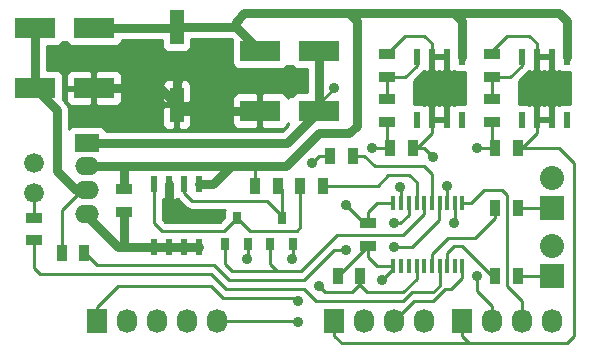
<source format=gtl>
%FSLAX34Y34*%
G04 Gerber Fmt 3.4, Leading zero omitted, Abs format*
G04 (created by PCBNEW (2014-jan-25)-product) date lör  3 maj 2014 21:13:59*
%MOIN*%
G01*
G70*
G90*
G04 APERTURE LIST*
%ADD10C,0.003937*%
%ADD11R,0.016000X0.050000*%
%ADD12R,0.031500X0.039400*%
%ADD13R,0.047244X0.118110*%
%ADD14R,0.023600X0.055100*%
%ADD15R,0.080000X0.060000*%
%ADD16O,0.080000X0.060000*%
%ADD17C,0.066000*%
%ADD18R,0.080000X0.080000*%
%ADD19O,0.080000X0.080000*%
%ADD20R,0.068000X0.080000*%
%ADD21O,0.068000X0.080000*%
%ADD22R,0.055000X0.035000*%
%ADD23R,0.035000X0.055000*%
%ADD24R,0.137800X0.070900*%
%ADD25C,0.035000*%
%ADD26C,0.010000*%
%ADD27C,0.030000*%
G04 APERTURE END LIST*
G54D10*
G54D11*
X22975Y-17925D03*
X23225Y-17925D03*
X23485Y-17925D03*
X23745Y-17925D03*
X23995Y-17925D03*
X24255Y-17925D03*
X24515Y-17925D03*
X24765Y-17925D03*
X25025Y-17925D03*
X25275Y-17925D03*
X25275Y-15825D03*
X25025Y-15825D03*
X24765Y-15825D03*
X24515Y-15825D03*
X24255Y-15825D03*
X23995Y-15825D03*
X23745Y-15825D03*
X23485Y-15825D03*
X23225Y-15825D03*
X22975Y-15825D03*
G54D12*
X19250Y-16317D03*
X19625Y-17183D03*
X18875Y-17183D03*
X17750Y-16317D03*
X18125Y-17183D03*
X17375Y-17183D03*
G54D13*
X15750Y-9950D03*
X15750Y-12549D03*
G54D14*
X28750Y-13050D03*
X28750Y-10950D03*
X28250Y-13050D03*
X27750Y-13050D03*
X27250Y-13050D03*
X28250Y-10950D03*
X27750Y-10950D03*
X27250Y-10950D03*
X25250Y-13050D03*
X25250Y-10950D03*
X24750Y-13050D03*
X24250Y-13050D03*
X23750Y-13050D03*
X24750Y-10950D03*
X24250Y-10950D03*
X23750Y-10950D03*
G54D15*
X12750Y-13818D03*
G54D16*
X12750Y-14606D03*
X12750Y-15393D03*
X12750Y-16181D03*
G54D17*
X11000Y-15500D03*
X11000Y-14500D03*
G54D18*
X28250Y-18250D03*
G54D19*
X28250Y-17250D03*
G54D18*
X28250Y-16000D03*
G54D19*
X28250Y-15000D03*
G54D14*
X16500Y-17300D03*
X16500Y-15200D03*
X16000Y-17300D03*
X15500Y-17300D03*
X15000Y-17300D03*
X16000Y-15200D03*
X15500Y-15200D03*
X15000Y-15200D03*
G54D20*
X21000Y-19750D03*
G54D21*
X22000Y-19750D03*
X23000Y-19750D03*
X24000Y-19750D03*
G54D20*
X25250Y-19750D03*
G54D21*
X26250Y-19750D03*
X27250Y-19750D03*
X28250Y-19750D03*
G54D22*
X22125Y-17250D03*
X22125Y-16500D03*
X14000Y-15375D03*
X14000Y-16125D03*
G54D23*
X21875Y-18250D03*
X21125Y-18250D03*
X26375Y-16000D03*
X27125Y-16000D03*
G54D22*
X11000Y-17075D03*
X11000Y-16325D03*
G54D23*
X26375Y-18250D03*
X27125Y-18250D03*
G54D22*
X22750Y-12375D03*
X22750Y-13125D03*
X22750Y-10875D03*
X22750Y-11625D03*
G54D23*
X20875Y-14250D03*
X21625Y-14250D03*
X11925Y-17500D03*
X12675Y-17500D03*
X19875Y-15250D03*
X20625Y-15250D03*
X18375Y-15250D03*
X19125Y-15250D03*
G54D22*
X26250Y-12375D03*
X26250Y-13125D03*
X26250Y-10875D03*
X26250Y-11625D03*
G54D24*
X18516Y-12750D03*
X20484Y-12750D03*
X20484Y-10750D03*
X18516Y-10750D03*
X12984Y-12000D03*
X11016Y-12000D03*
X11016Y-10000D03*
X12984Y-10000D03*
G54D23*
X23625Y-14000D03*
X22875Y-14000D03*
X27125Y-14000D03*
X26375Y-14000D03*
G54D20*
X13100Y-19750D03*
G54D21*
X14100Y-19750D03*
X15100Y-19750D03*
X16100Y-19750D03*
X17100Y-19750D03*
G54D25*
X19600Y-17700D03*
X21400Y-15900D03*
X18100Y-17700D03*
X25750Y-14000D03*
X22250Y-14000D03*
X16750Y-11500D03*
X16750Y-11000D03*
X16000Y-11000D03*
X15500Y-11000D03*
X14750Y-11000D03*
X14750Y-11500D03*
X15500Y-11500D03*
X16000Y-11500D03*
X17000Y-16250D03*
X16500Y-16250D03*
X16000Y-16250D03*
X15500Y-16000D03*
X21000Y-12000D03*
X20250Y-14500D03*
X25000Y-16500D03*
X24300Y-14300D03*
X22600Y-18400D03*
X25750Y-18250D03*
X24750Y-15250D03*
X20500Y-18600D03*
X19800Y-19100D03*
X23200Y-15300D03*
X23000Y-16500D03*
X19800Y-19800D03*
X21400Y-17400D03*
X23000Y-17300D03*
G54D26*
X19625Y-17183D02*
X19625Y-17675D01*
X19625Y-17675D02*
X19600Y-17700D01*
X22125Y-16500D02*
X22000Y-16500D01*
X22000Y-16500D02*
X21400Y-15900D01*
X18125Y-17183D02*
X18125Y-17675D01*
X18125Y-17675D02*
X18100Y-17700D01*
X22975Y-15825D02*
X22425Y-15825D01*
X22125Y-16125D02*
X22125Y-16500D01*
X22425Y-15825D02*
X22125Y-16125D01*
X26375Y-14000D02*
X25750Y-14000D01*
X22875Y-14000D02*
X22250Y-14000D01*
G54D27*
X15750Y-12549D02*
X15750Y-11750D01*
X16000Y-11000D02*
X16750Y-11000D01*
X14750Y-11000D02*
X15500Y-11000D01*
X15500Y-11500D02*
X14750Y-11500D01*
X15750Y-11750D02*
X16000Y-11500D01*
X15500Y-15200D02*
X15500Y-16000D01*
X16000Y-16250D02*
X16500Y-16250D01*
G54D26*
X26250Y-13125D02*
X26250Y-13875D01*
X26250Y-13875D02*
X26375Y-14000D01*
X22750Y-13125D02*
X22750Y-13875D01*
X22750Y-13875D02*
X22875Y-14000D01*
G54D27*
X18516Y-12750D02*
X15950Y-12750D01*
X15950Y-12750D02*
X15750Y-12549D01*
X12984Y-12000D02*
X15200Y-12000D01*
X15200Y-12000D02*
X15750Y-12549D01*
X12984Y-12000D02*
X13000Y-12000D01*
G54D26*
X18375Y-15250D02*
X18375Y-14606D01*
X18375Y-14606D02*
X19393Y-14606D01*
X19393Y-14606D02*
X19500Y-14500D01*
G54D27*
X16500Y-15200D02*
X16950Y-15200D01*
X17543Y-14606D02*
X18000Y-14606D01*
X16950Y-15200D02*
X17543Y-14606D01*
X21500Y-9500D02*
X21750Y-9750D01*
X19393Y-14606D02*
X18000Y-14606D01*
X20500Y-13500D02*
X19500Y-14500D01*
X19500Y-14500D02*
X19393Y-14606D01*
X21500Y-13500D02*
X20500Y-13500D01*
X21750Y-13250D02*
X21500Y-13500D01*
X21750Y-9750D02*
X21750Y-13250D01*
X14000Y-15375D02*
X14000Y-14606D01*
X14000Y-14606D02*
X14000Y-14750D01*
X14000Y-14750D02*
X14000Y-14606D01*
G54D26*
X18000Y-14606D02*
X17893Y-14606D01*
X17893Y-14606D02*
X17875Y-14625D01*
G54D27*
X15750Y-14606D02*
X18000Y-14606D01*
X12750Y-14606D02*
X14000Y-14606D01*
X14000Y-14606D02*
X15750Y-14606D01*
X15750Y-14606D02*
X15856Y-14606D01*
X17716Y-9950D02*
X17716Y-9783D01*
X21250Y-9500D02*
X21500Y-9500D01*
X21500Y-9500D02*
X25250Y-9500D01*
X18000Y-9500D02*
X21250Y-9500D01*
X17716Y-9783D02*
X18000Y-9500D01*
X25000Y-9500D02*
X25250Y-9500D01*
X25000Y-9500D02*
X25250Y-9750D01*
X25250Y-9750D02*
X25250Y-10950D01*
X25250Y-9500D02*
X28500Y-9500D01*
X28500Y-9500D02*
X28750Y-9750D01*
X28750Y-9750D02*
X28750Y-10950D01*
X15750Y-9950D02*
X17716Y-9950D01*
X17716Y-9950D02*
X18516Y-10750D01*
X12984Y-10000D02*
X15700Y-10000D01*
X15700Y-10000D02*
X15750Y-9950D01*
X14000Y-16125D02*
X14000Y-17300D01*
X14000Y-17300D02*
X14000Y-17250D01*
X14000Y-17250D02*
X14000Y-17300D01*
X12750Y-16181D02*
X12750Y-16250D01*
X12750Y-16250D02*
X13800Y-17300D01*
X13800Y-17300D02*
X14000Y-17300D01*
X14000Y-17300D02*
X15000Y-17300D01*
X15000Y-17300D02*
X15500Y-17300D01*
X15000Y-17300D02*
X13800Y-17300D01*
X14300Y-17300D02*
X13800Y-17300D01*
X13800Y-17300D02*
X12750Y-16250D01*
X15000Y-17300D02*
X14300Y-17300D01*
X14300Y-17300D02*
X15500Y-17300D01*
X15500Y-17300D02*
X16000Y-17300D01*
X16000Y-17300D02*
X16500Y-17300D01*
X12818Y-16250D02*
X12750Y-16181D01*
G54D26*
X20875Y-14250D02*
X20500Y-14250D01*
X21000Y-12000D02*
X20484Y-12516D01*
X20500Y-14250D02*
X20250Y-14500D01*
X20484Y-12516D02*
X20484Y-12750D01*
G54D27*
X20484Y-12750D02*
X20484Y-12766D01*
X20484Y-12766D02*
X19431Y-13818D01*
X19431Y-13818D02*
X12750Y-13818D01*
X20484Y-10750D02*
X20484Y-12750D01*
G54D26*
X12750Y-15393D02*
X12606Y-15393D01*
X12606Y-15393D02*
X11925Y-16075D01*
X11925Y-16075D02*
X11925Y-17500D01*
G54D27*
X12750Y-15393D02*
X12393Y-15393D01*
X12393Y-15393D02*
X11750Y-14750D01*
X11750Y-14750D02*
X11750Y-12734D01*
X11750Y-12734D02*
X11016Y-12000D01*
X11016Y-12000D02*
X11016Y-10000D01*
G54D26*
X15000Y-15200D02*
X15000Y-16500D01*
X17317Y-16750D02*
X17750Y-16317D01*
X15250Y-16750D02*
X17317Y-16750D01*
X15000Y-16500D02*
X15250Y-16750D01*
X19875Y-15250D02*
X19875Y-16625D01*
X18183Y-16750D02*
X17750Y-16317D01*
X19750Y-16750D02*
X18183Y-16750D01*
X19875Y-16625D02*
X19750Y-16750D01*
X19100Y-18100D02*
X17600Y-18100D01*
X17375Y-17875D02*
X17375Y-17183D01*
X17600Y-18100D02*
X17375Y-17875D01*
X23995Y-15825D02*
X23995Y-16205D01*
X18875Y-17875D02*
X18875Y-17183D01*
X19100Y-18100D02*
X18875Y-17875D01*
X19900Y-18100D02*
X19100Y-18100D01*
X21100Y-16900D02*
X19900Y-18100D01*
X23300Y-16900D02*
X21100Y-16900D01*
X23995Y-16205D02*
X23300Y-16900D01*
X16000Y-15500D02*
X16000Y-15200D01*
X19250Y-15375D02*
X19125Y-15250D01*
X19250Y-16317D02*
X19250Y-15375D01*
X19250Y-16317D02*
X19250Y-16250D01*
X19250Y-16250D02*
X18750Y-15750D01*
X18750Y-15750D02*
X16250Y-15750D01*
X16250Y-15750D02*
X16000Y-15500D01*
X24255Y-17925D02*
X24255Y-17545D01*
X26375Y-16325D02*
X26375Y-16000D01*
X25700Y-17000D02*
X26375Y-16325D01*
X24800Y-17000D02*
X25700Y-17000D01*
X24456Y-17343D02*
X24800Y-17000D01*
X24255Y-17545D02*
X24456Y-17343D01*
X24250Y-17920D02*
X24255Y-17925D01*
X24515Y-17925D02*
X24515Y-18585D01*
X11000Y-18000D02*
X11000Y-17075D01*
X11200Y-18200D02*
X11000Y-18000D01*
X16900Y-18200D02*
X11200Y-18200D01*
X17400Y-18700D02*
X16900Y-18200D01*
X20000Y-18700D02*
X17400Y-18700D01*
X20400Y-19100D02*
X20000Y-18700D01*
X23300Y-19100D02*
X20400Y-19100D01*
X23600Y-18800D02*
X23300Y-19100D01*
X24300Y-18800D02*
X23600Y-18800D01*
X24515Y-18585D02*
X24300Y-18800D01*
X26375Y-18250D02*
X26250Y-18250D01*
X26250Y-18250D02*
X25250Y-17250D01*
X24765Y-17485D02*
X24765Y-17925D01*
X25000Y-17250D02*
X24765Y-17485D01*
X25250Y-17250D02*
X25000Y-17250D01*
X26375Y-18250D02*
X26375Y-18125D01*
X28250Y-18250D02*
X27125Y-18250D01*
X20625Y-15250D02*
X22450Y-15250D01*
X23745Y-15145D02*
X23745Y-15825D01*
X23500Y-14900D02*
X23745Y-15145D01*
X22800Y-14900D02*
X23500Y-14900D01*
X22450Y-15250D02*
X22800Y-14900D01*
X25275Y-17925D02*
X25275Y-18325D01*
X23650Y-19100D02*
X23000Y-19750D01*
X24300Y-19100D02*
X23650Y-19100D01*
X24700Y-18700D02*
X24300Y-19100D01*
X24900Y-18700D02*
X24700Y-18700D01*
X25275Y-18325D02*
X24900Y-18700D01*
X25025Y-15825D02*
X25025Y-16475D01*
X25025Y-16475D02*
X25000Y-16500D01*
X22975Y-17925D02*
X22975Y-18025D01*
X22975Y-18025D02*
X22600Y-18400D01*
X24000Y-14000D02*
X23625Y-14000D01*
X24300Y-14300D02*
X24000Y-14000D01*
X21125Y-18250D02*
X22125Y-17250D01*
X22125Y-17250D02*
X22125Y-17625D01*
X22425Y-17925D02*
X22975Y-17925D01*
X22125Y-17625D02*
X22425Y-17925D01*
X23625Y-14000D02*
X23750Y-14000D01*
X23750Y-14000D02*
X24250Y-13500D01*
X24250Y-13500D02*
X24250Y-13050D01*
X24250Y-10950D02*
X24250Y-10500D01*
X23375Y-10250D02*
X22750Y-10875D01*
X24000Y-10250D02*
X23375Y-10250D01*
X24250Y-10500D02*
X24000Y-10250D01*
X27125Y-14000D02*
X28500Y-14000D01*
X28750Y-20500D02*
X25500Y-20500D01*
X29000Y-20250D02*
X28750Y-20500D01*
X29000Y-14500D02*
X29000Y-20250D01*
X28500Y-14000D02*
X29000Y-14500D01*
X25500Y-20500D02*
X21250Y-20500D01*
X21000Y-20250D02*
X21000Y-19750D01*
X21250Y-20500D02*
X21000Y-20250D01*
X25250Y-20250D02*
X25250Y-19750D01*
X25500Y-20500D02*
X25250Y-20250D01*
X27125Y-14000D02*
X27250Y-14000D01*
X27250Y-14000D02*
X27750Y-13500D01*
X27750Y-13500D02*
X27750Y-13050D01*
X27750Y-10950D02*
X27750Y-10500D01*
X26750Y-10250D02*
X26250Y-10750D01*
X27500Y-10250D02*
X26750Y-10250D01*
X27750Y-10500D02*
X27500Y-10250D01*
X26250Y-10750D02*
X26250Y-10875D01*
X26250Y-10875D02*
X26250Y-10750D01*
X11000Y-15500D02*
X11000Y-16325D01*
X28250Y-16000D02*
X27125Y-16000D01*
X24765Y-15825D02*
X24765Y-15265D01*
X26250Y-19250D02*
X26250Y-19750D01*
X25750Y-18750D02*
X26250Y-19250D01*
X25750Y-18250D02*
X25750Y-18750D01*
X24765Y-15265D02*
X24750Y-15250D01*
X25275Y-15825D02*
X25575Y-15825D01*
X27250Y-19100D02*
X27250Y-19750D01*
X26750Y-18600D02*
X27250Y-19100D01*
X26750Y-15550D02*
X26750Y-18600D01*
X26600Y-15400D02*
X26750Y-15550D01*
X26000Y-15400D02*
X26600Y-15400D01*
X25575Y-15825D02*
X26000Y-15400D01*
X16700Y-18600D02*
X16900Y-18600D01*
X21600Y-18800D02*
X20700Y-18800D01*
X20700Y-18800D02*
X20500Y-18600D01*
X16700Y-18600D02*
X13800Y-18600D01*
X13800Y-18600D02*
X13100Y-19300D01*
X13100Y-19750D02*
X13100Y-19300D01*
X21600Y-18800D02*
X21875Y-18525D01*
X19700Y-19000D02*
X19800Y-19100D01*
X17300Y-19000D02*
X19700Y-19000D01*
X16900Y-18600D02*
X17300Y-19000D01*
X21875Y-18250D02*
X21875Y-18525D01*
X23745Y-17925D02*
X23745Y-18355D01*
X21875Y-18575D02*
X21875Y-18250D01*
X22100Y-18800D02*
X21875Y-18575D01*
X23300Y-18800D02*
X22100Y-18800D01*
X23745Y-18355D02*
X23300Y-18800D01*
X23225Y-15825D02*
X23225Y-15325D01*
X23225Y-15325D02*
X23200Y-15300D01*
X23200Y-16500D02*
X23000Y-16500D01*
X23485Y-16215D02*
X23200Y-16500D01*
X23485Y-15825D02*
X23485Y-16215D01*
X19750Y-19750D02*
X17100Y-19750D01*
X19800Y-19800D02*
X19750Y-19750D01*
X23750Y-10950D02*
X23750Y-11250D01*
X23375Y-11625D02*
X22750Y-11625D01*
X23750Y-11250D02*
X23375Y-11625D01*
X22750Y-12375D02*
X22750Y-11625D01*
X21625Y-14250D02*
X22000Y-14250D01*
X24255Y-14855D02*
X24255Y-15825D01*
X24000Y-14600D02*
X24255Y-14855D01*
X22350Y-14600D02*
X24000Y-14600D01*
X22000Y-14250D02*
X22350Y-14600D01*
X21625Y-14250D02*
X21750Y-14250D01*
X12675Y-17500D02*
X12700Y-17500D01*
X12700Y-17500D02*
X13100Y-17900D01*
X13100Y-17900D02*
X17000Y-17900D01*
X17000Y-17900D02*
X17500Y-18400D01*
X17500Y-18400D02*
X20000Y-18400D01*
X20000Y-18400D02*
X21000Y-17400D01*
X21000Y-17400D02*
X21400Y-17400D01*
X23000Y-17300D02*
X23300Y-17300D01*
X23300Y-17300D02*
X23600Y-17300D01*
X23600Y-17300D02*
X24500Y-16400D01*
X24500Y-16400D02*
X24500Y-15840D01*
X24500Y-15840D02*
X24515Y-15825D01*
X26250Y-11625D02*
X26875Y-11625D01*
X27250Y-11250D02*
X27250Y-10950D01*
X26875Y-11625D02*
X27250Y-11250D01*
X26250Y-11625D02*
X26250Y-12375D01*
G54D10*
G36*
X17350Y-16052D02*
X17342Y-16070D01*
X17342Y-16169D01*
X17342Y-16300D01*
X17192Y-16450D01*
X15374Y-16450D01*
X15300Y-16375D01*
X15300Y-15712D01*
X15332Y-15725D01*
X15387Y-15725D01*
X15450Y-15663D01*
X15450Y-15250D01*
X15442Y-15250D01*
X15442Y-15150D01*
X15450Y-15150D01*
X15450Y-15142D01*
X15550Y-15142D01*
X15550Y-15150D01*
X15557Y-15150D01*
X15557Y-15250D01*
X15550Y-15250D01*
X15550Y-15663D01*
X15612Y-15725D01*
X15667Y-15725D01*
X15749Y-15691D01*
X15783Y-15705D01*
X15783Y-15705D01*
X15787Y-15712D01*
X16037Y-15962D01*
X16096Y-16001D01*
X16135Y-16027D01*
X16135Y-16027D01*
X16250Y-16050D01*
X17350Y-16050D01*
X17350Y-16052D01*
X17350Y-16052D01*
G37*
G54D26*
X17350Y-16052D02*
X17342Y-16070D01*
X17342Y-16169D01*
X17342Y-16300D01*
X17192Y-16450D01*
X15374Y-16450D01*
X15300Y-16375D01*
X15300Y-15712D01*
X15332Y-15725D01*
X15387Y-15725D01*
X15450Y-15663D01*
X15450Y-15250D01*
X15442Y-15250D01*
X15442Y-15150D01*
X15450Y-15150D01*
X15450Y-15142D01*
X15550Y-15142D01*
X15550Y-15150D01*
X15557Y-15150D01*
X15557Y-15250D01*
X15550Y-15250D01*
X15550Y-15663D01*
X15612Y-15725D01*
X15667Y-15725D01*
X15749Y-15691D01*
X15783Y-15705D01*
X15783Y-15705D01*
X15787Y-15712D01*
X16037Y-15962D01*
X16096Y-16001D01*
X16135Y-16027D01*
X16135Y-16027D01*
X16250Y-16050D01*
X17350Y-16050D01*
X17350Y-16052D01*
G54D10*
G36*
X20084Y-12145D02*
X19745Y-12145D01*
X19653Y-12183D01*
X19586Y-12250D01*
X19450Y-12250D01*
X19450Y-12333D01*
X19416Y-12253D01*
X19346Y-12183D01*
X19254Y-12145D01*
X18628Y-12145D01*
X18566Y-12208D01*
X18566Y-12700D01*
X18573Y-12700D01*
X18573Y-12800D01*
X18566Y-12800D01*
X18566Y-13292D01*
X18628Y-13354D01*
X19254Y-13354D01*
X19346Y-13316D01*
X19416Y-13246D01*
X19450Y-13166D01*
X19450Y-13234D01*
X19265Y-13418D01*
X18466Y-13418D01*
X18466Y-13292D01*
X18466Y-12800D01*
X18466Y-12700D01*
X18466Y-12208D01*
X18403Y-12145D01*
X17777Y-12145D01*
X17685Y-12183D01*
X17615Y-12253D01*
X17577Y-12345D01*
X17577Y-12445D01*
X17577Y-12637D01*
X17639Y-12700D01*
X18466Y-12700D01*
X18466Y-12800D01*
X17639Y-12800D01*
X17577Y-12862D01*
X17577Y-13054D01*
X17577Y-13154D01*
X17615Y-13246D01*
X17685Y-13316D01*
X17777Y-13354D01*
X18403Y-13354D01*
X18466Y-13292D01*
X18466Y-13418D01*
X16236Y-13418D01*
X16236Y-13189D01*
X16236Y-13090D01*
X16236Y-12661D01*
X16236Y-12436D01*
X16236Y-12008D01*
X16236Y-11908D01*
X16198Y-11817D01*
X16127Y-11746D01*
X16035Y-11708D01*
X15862Y-11708D01*
X15800Y-11771D01*
X15800Y-12499D01*
X16173Y-12499D01*
X16236Y-12436D01*
X16236Y-12661D01*
X16173Y-12599D01*
X15800Y-12599D01*
X15800Y-13327D01*
X15862Y-13389D01*
X16035Y-13389D01*
X16127Y-13351D01*
X16198Y-13281D01*
X16236Y-13189D01*
X16236Y-13418D01*
X15700Y-13418D01*
X15700Y-13327D01*
X15700Y-12599D01*
X15700Y-12499D01*
X15700Y-11771D01*
X15637Y-11708D01*
X15464Y-11708D01*
X15372Y-11746D01*
X15301Y-11817D01*
X15263Y-11908D01*
X15263Y-12008D01*
X15263Y-12436D01*
X15326Y-12499D01*
X15700Y-12499D01*
X15700Y-12599D01*
X15326Y-12599D01*
X15263Y-12661D01*
X15263Y-13090D01*
X15263Y-13189D01*
X15301Y-13281D01*
X15372Y-13351D01*
X15464Y-13389D01*
X15637Y-13389D01*
X15700Y-13327D01*
X15700Y-13418D01*
X13923Y-13418D01*
X13923Y-12404D01*
X13923Y-12304D01*
X13923Y-12112D01*
X13923Y-11887D01*
X13923Y-11695D01*
X13923Y-11595D01*
X13884Y-11503D01*
X13814Y-11433D01*
X13722Y-11395D01*
X13096Y-11395D01*
X13034Y-11458D01*
X13034Y-11950D01*
X13860Y-11950D01*
X13923Y-11887D01*
X13923Y-12112D01*
X13860Y-12050D01*
X13034Y-12050D01*
X13034Y-12542D01*
X13096Y-12604D01*
X13722Y-12604D01*
X13814Y-12566D01*
X13884Y-12496D01*
X13923Y-12404D01*
X13923Y-13418D01*
X13379Y-13418D01*
X13361Y-13377D01*
X13291Y-13306D01*
X13199Y-13268D01*
X13100Y-13268D01*
X12934Y-13268D01*
X12934Y-12542D01*
X12934Y-12050D01*
X12934Y-11950D01*
X12934Y-11458D01*
X12871Y-11395D01*
X12245Y-11395D01*
X12153Y-11433D01*
X12083Y-11503D01*
X12045Y-11595D01*
X12045Y-11695D01*
X12045Y-11887D01*
X12107Y-11950D01*
X12934Y-11950D01*
X12934Y-12050D01*
X12107Y-12050D01*
X12045Y-12112D01*
X12045Y-12304D01*
X12045Y-12404D01*
X12083Y-12496D01*
X12153Y-12566D01*
X12245Y-12604D01*
X12871Y-12604D01*
X12934Y-12542D01*
X12934Y-13268D01*
X12300Y-13268D01*
X12208Y-13306D01*
X12150Y-13365D01*
X12150Y-12734D01*
X12119Y-12580D01*
X12119Y-12580D01*
X12090Y-12537D01*
X12032Y-12451D01*
X12032Y-12451D01*
X11955Y-12373D01*
X11955Y-12304D01*
X11955Y-11595D01*
X11916Y-11503D01*
X11846Y-11433D01*
X11754Y-11395D01*
X11655Y-11395D01*
X11416Y-11395D01*
X11416Y-10604D01*
X11754Y-10604D01*
X11846Y-10566D01*
X11916Y-10496D01*
X11936Y-10450D01*
X12063Y-10450D01*
X12083Y-10496D01*
X12153Y-10566D01*
X12245Y-10604D01*
X12344Y-10604D01*
X13722Y-10604D01*
X13814Y-10566D01*
X13884Y-10496D01*
X13923Y-10404D01*
X13923Y-10400D01*
X15263Y-10400D01*
X15263Y-10591D01*
X15301Y-10682D01*
X15372Y-10753D01*
X15464Y-10791D01*
X15563Y-10791D01*
X16035Y-10791D01*
X16127Y-10753D01*
X16198Y-10682D01*
X16236Y-10591D01*
X16236Y-10491D01*
X16236Y-10350D01*
X17551Y-10350D01*
X17577Y-10376D01*
X17577Y-10445D01*
X17577Y-11154D01*
X17615Y-11246D01*
X17685Y-11316D01*
X17777Y-11354D01*
X17876Y-11354D01*
X19254Y-11354D01*
X19346Y-11316D01*
X19413Y-11250D01*
X19500Y-11250D01*
X19586Y-11250D01*
X19653Y-11316D01*
X19745Y-11354D01*
X19844Y-11354D01*
X20084Y-11354D01*
X20084Y-12145D01*
X20084Y-12145D01*
G37*
G54D26*
X20084Y-12145D02*
X19745Y-12145D01*
X19653Y-12183D01*
X19586Y-12250D01*
X19450Y-12250D01*
X19450Y-12333D01*
X19416Y-12253D01*
X19346Y-12183D01*
X19254Y-12145D01*
X18628Y-12145D01*
X18566Y-12208D01*
X18566Y-12700D01*
X18573Y-12700D01*
X18573Y-12800D01*
X18566Y-12800D01*
X18566Y-13292D01*
X18628Y-13354D01*
X19254Y-13354D01*
X19346Y-13316D01*
X19416Y-13246D01*
X19450Y-13166D01*
X19450Y-13234D01*
X19265Y-13418D01*
X18466Y-13418D01*
X18466Y-13292D01*
X18466Y-12800D01*
X18466Y-12700D01*
X18466Y-12208D01*
X18403Y-12145D01*
X17777Y-12145D01*
X17685Y-12183D01*
X17615Y-12253D01*
X17577Y-12345D01*
X17577Y-12445D01*
X17577Y-12637D01*
X17639Y-12700D01*
X18466Y-12700D01*
X18466Y-12800D01*
X17639Y-12800D01*
X17577Y-12862D01*
X17577Y-13054D01*
X17577Y-13154D01*
X17615Y-13246D01*
X17685Y-13316D01*
X17777Y-13354D01*
X18403Y-13354D01*
X18466Y-13292D01*
X18466Y-13418D01*
X16236Y-13418D01*
X16236Y-13189D01*
X16236Y-13090D01*
X16236Y-12661D01*
X16236Y-12436D01*
X16236Y-12008D01*
X16236Y-11908D01*
X16198Y-11817D01*
X16127Y-11746D01*
X16035Y-11708D01*
X15862Y-11708D01*
X15800Y-11771D01*
X15800Y-12499D01*
X16173Y-12499D01*
X16236Y-12436D01*
X16236Y-12661D01*
X16173Y-12599D01*
X15800Y-12599D01*
X15800Y-13327D01*
X15862Y-13389D01*
X16035Y-13389D01*
X16127Y-13351D01*
X16198Y-13281D01*
X16236Y-13189D01*
X16236Y-13418D01*
X15700Y-13418D01*
X15700Y-13327D01*
X15700Y-12599D01*
X15700Y-12499D01*
X15700Y-11771D01*
X15637Y-11708D01*
X15464Y-11708D01*
X15372Y-11746D01*
X15301Y-11817D01*
X15263Y-11908D01*
X15263Y-12008D01*
X15263Y-12436D01*
X15326Y-12499D01*
X15700Y-12499D01*
X15700Y-12599D01*
X15326Y-12599D01*
X15263Y-12661D01*
X15263Y-13090D01*
X15263Y-13189D01*
X15301Y-13281D01*
X15372Y-13351D01*
X15464Y-13389D01*
X15637Y-13389D01*
X15700Y-13327D01*
X15700Y-13418D01*
X13923Y-13418D01*
X13923Y-12404D01*
X13923Y-12304D01*
X13923Y-12112D01*
X13923Y-11887D01*
X13923Y-11695D01*
X13923Y-11595D01*
X13884Y-11503D01*
X13814Y-11433D01*
X13722Y-11395D01*
X13096Y-11395D01*
X13034Y-11458D01*
X13034Y-11950D01*
X13860Y-11950D01*
X13923Y-11887D01*
X13923Y-12112D01*
X13860Y-12050D01*
X13034Y-12050D01*
X13034Y-12542D01*
X13096Y-12604D01*
X13722Y-12604D01*
X13814Y-12566D01*
X13884Y-12496D01*
X13923Y-12404D01*
X13923Y-13418D01*
X13379Y-13418D01*
X13361Y-13377D01*
X13291Y-13306D01*
X13199Y-13268D01*
X13100Y-13268D01*
X12934Y-13268D01*
X12934Y-12542D01*
X12934Y-12050D01*
X12934Y-11950D01*
X12934Y-11458D01*
X12871Y-11395D01*
X12245Y-11395D01*
X12153Y-11433D01*
X12083Y-11503D01*
X12045Y-11595D01*
X12045Y-11695D01*
X12045Y-11887D01*
X12107Y-11950D01*
X12934Y-11950D01*
X12934Y-12050D01*
X12107Y-12050D01*
X12045Y-12112D01*
X12045Y-12304D01*
X12045Y-12404D01*
X12083Y-12496D01*
X12153Y-12566D01*
X12245Y-12604D01*
X12871Y-12604D01*
X12934Y-12542D01*
X12934Y-13268D01*
X12300Y-13268D01*
X12208Y-13306D01*
X12150Y-13365D01*
X12150Y-12734D01*
X12119Y-12580D01*
X12119Y-12580D01*
X12090Y-12537D01*
X12032Y-12451D01*
X12032Y-12451D01*
X11955Y-12373D01*
X11955Y-12304D01*
X11955Y-11595D01*
X11916Y-11503D01*
X11846Y-11433D01*
X11754Y-11395D01*
X11655Y-11395D01*
X11416Y-11395D01*
X11416Y-10604D01*
X11754Y-10604D01*
X11846Y-10566D01*
X11916Y-10496D01*
X11936Y-10450D01*
X12063Y-10450D01*
X12083Y-10496D01*
X12153Y-10566D01*
X12245Y-10604D01*
X12344Y-10604D01*
X13722Y-10604D01*
X13814Y-10566D01*
X13884Y-10496D01*
X13923Y-10404D01*
X13923Y-10400D01*
X15263Y-10400D01*
X15263Y-10591D01*
X15301Y-10682D01*
X15372Y-10753D01*
X15464Y-10791D01*
X15563Y-10791D01*
X16035Y-10791D01*
X16127Y-10753D01*
X16198Y-10682D01*
X16236Y-10591D01*
X16236Y-10491D01*
X16236Y-10350D01*
X17551Y-10350D01*
X17577Y-10376D01*
X17577Y-10445D01*
X17577Y-11154D01*
X17615Y-11246D01*
X17685Y-11316D01*
X17777Y-11354D01*
X17876Y-11354D01*
X19254Y-11354D01*
X19346Y-11316D01*
X19413Y-11250D01*
X19500Y-11250D01*
X19586Y-11250D01*
X19653Y-11316D01*
X19745Y-11354D01*
X19844Y-11354D01*
X20084Y-11354D01*
X20084Y-12145D01*
G54D10*
G36*
X25350Y-12524D02*
X25318Y-12524D01*
X25082Y-12524D01*
X25000Y-12558D01*
X24917Y-12524D01*
X24862Y-12524D01*
X24800Y-12587D01*
X24800Y-13000D01*
X24807Y-13000D01*
X24807Y-13100D01*
X24800Y-13100D01*
X24800Y-13107D01*
X24700Y-13107D01*
X24700Y-13100D01*
X24700Y-13000D01*
X24700Y-12587D01*
X24700Y-11413D01*
X24700Y-11000D01*
X24555Y-11000D01*
X24444Y-11000D01*
X24300Y-11000D01*
X24300Y-11413D01*
X24362Y-11475D01*
X24417Y-11475D01*
X24500Y-11441D01*
X24582Y-11475D01*
X24637Y-11475D01*
X24700Y-11413D01*
X24700Y-12587D01*
X24637Y-12524D01*
X24582Y-12524D01*
X24500Y-12558D01*
X24417Y-12524D01*
X24362Y-12524D01*
X24300Y-12587D01*
X24300Y-13000D01*
X24444Y-13000D01*
X24555Y-13000D01*
X24700Y-13000D01*
X24700Y-13100D01*
X24555Y-13100D01*
X24444Y-13100D01*
X24300Y-13100D01*
X24300Y-13107D01*
X24200Y-13107D01*
X24200Y-13100D01*
X24192Y-13100D01*
X24192Y-13000D01*
X24200Y-13000D01*
X24200Y-12587D01*
X24137Y-12524D01*
X24082Y-12524D01*
X24000Y-12558D01*
X23917Y-12524D01*
X23818Y-12524D01*
X23650Y-12524D01*
X23650Y-11774D01*
X23962Y-11462D01*
X23962Y-11462D01*
X23966Y-11455D01*
X24000Y-11441D01*
X24082Y-11475D01*
X24137Y-11475D01*
X24200Y-11413D01*
X24200Y-11000D01*
X24192Y-11000D01*
X24192Y-10900D01*
X24200Y-10900D01*
X24200Y-10892D01*
X24300Y-10892D01*
X24300Y-10900D01*
X24444Y-10900D01*
X24555Y-10900D01*
X24700Y-10900D01*
X24700Y-10892D01*
X24800Y-10892D01*
X24800Y-10900D01*
X24807Y-10900D01*
X24807Y-11000D01*
X24800Y-11000D01*
X24800Y-11413D01*
X24862Y-11475D01*
X24917Y-11475D01*
X24999Y-11441D01*
X25082Y-11475D01*
X25181Y-11475D01*
X25350Y-11475D01*
X25350Y-12524D01*
X25350Y-12524D01*
G37*
G54D26*
X25350Y-12524D02*
X25318Y-12524D01*
X25082Y-12524D01*
X25000Y-12558D01*
X24917Y-12524D01*
X24862Y-12524D01*
X24800Y-12587D01*
X24800Y-13000D01*
X24807Y-13000D01*
X24807Y-13100D01*
X24800Y-13100D01*
X24800Y-13107D01*
X24700Y-13107D01*
X24700Y-13100D01*
X24700Y-13000D01*
X24700Y-12587D01*
X24700Y-11413D01*
X24700Y-11000D01*
X24555Y-11000D01*
X24444Y-11000D01*
X24300Y-11000D01*
X24300Y-11413D01*
X24362Y-11475D01*
X24417Y-11475D01*
X24500Y-11441D01*
X24582Y-11475D01*
X24637Y-11475D01*
X24700Y-11413D01*
X24700Y-12587D01*
X24637Y-12524D01*
X24582Y-12524D01*
X24500Y-12558D01*
X24417Y-12524D01*
X24362Y-12524D01*
X24300Y-12587D01*
X24300Y-13000D01*
X24444Y-13000D01*
X24555Y-13000D01*
X24700Y-13000D01*
X24700Y-13100D01*
X24555Y-13100D01*
X24444Y-13100D01*
X24300Y-13100D01*
X24300Y-13107D01*
X24200Y-13107D01*
X24200Y-13100D01*
X24192Y-13100D01*
X24192Y-13000D01*
X24200Y-13000D01*
X24200Y-12587D01*
X24137Y-12524D01*
X24082Y-12524D01*
X24000Y-12558D01*
X23917Y-12524D01*
X23818Y-12524D01*
X23650Y-12524D01*
X23650Y-11774D01*
X23962Y-11462D01*
X23962Y-11462D01*
X23966Y-11455D01*
X24000Y-11441D01*
X24082Y-11475D01*
X24137Y-11475D01*
X24200Y-11413D01*
X24200Y-11000D01*
X24192Y-11000D01*
X24192Y-10900D01*
X24200Y-10900D01*
X24200Y-10892D01*
X24300Y-10892D01*
X24300Y-10900D01*
X24444Y-10900D01*
X24555Y-10900D01*
X24700Y-10900D01*
X24700Y-10892D01*
X24800Y-10892D01*
X24800Y-10900D01*
X24807Y-10900D01*
X24807Y-11000D01*
X24800Y-11000D01*
X24800Y-11413D01*
X24862Y-11475D01*
X24917Y-11475D01*
X24999Y-11441D01*
X25082Y-11475D01*
X25181Y-11475D01*
X25350Y-11475D01*
X25350Y-12524D01*
G54D10*
G36*
X28850Y-12524D02*
X28818Y-12524D01*
X28582Y-12524D01*
X28500Y-12558D01*
X28417Y-12524D01*
X28362Y-12524D01*
X28300Y-12587D01*
X28300Y-13000D01*
X28307Y-13000D01*
X28307Y-13100D01*
X28300Y-13100D01*
X28300Y-13107D01*
X28200Y-13107D01*
X28200Y-13100D01*
X28200Y-13000D01*
X28200Y-12587D01*
X28200Y-11413D01*
X28200Y-11000D01*
X28055Y-11000D01*
X27944Y-11000D01*
X27800Y-11000D01*
X27800Y-11413D01*
X27862Y-11475D01*
X27917Y-11475D01*
X28000Y-11441D01*
X28082Y-11475D01*
X28137Y-11475D01*
X28200Y-11413D01*
X28200Y-12587D01*
X28137Y-12524D01*
X28082Y-12524D01*
X28000Y-12558D01*
X27917Y-12524D01*
X27862Y-12524D01*
X27800Y-12587D01*
X27800Y-13000D01*
X27944Y-13000D01*
X28055Y-13000D01*
X28200Y-13000D01*
X28200Y-13100D01*
X28055Y-13100D01*
X27944Y-13100D01*
X27800Y-13100D01*
X27800Y-13107D01*
X27700Y-13107D01*
X27700Y-13100D01*
X27692Y-13100D01*
X27692Y-13000D01*
X27700Y-13000D01*
X27700Y-12587D01*
X27637Y-12524D01*
X27582Y-12524D01*
X27500Y-12558D01*
X27417Y-12524D01*
X27318Y-12524D01*
X27150Y-12524D01*
X27150Y-11774D01*
X27462Y-11462D01*
X27462Y-11462D01*
X27466Y-11455D01*
X27500Y-11441D01*
X27582Y-11475D01*
X27637Y-11475D01*
X27700Y-11413D01*
X27700Y-11000D01*
X27692Y-11000D01*
X27692Y-10900D01*
X27700Y-10900D01*
X27700Y-10892D01*
X27800Y-10892D01*
X27800Y-10900D01*
X27944Y-10900D01*
X28055Y-10900D01*
X28200Y-10900D01*
X28200Y-10892D01*
X28300Y-10892D01*
X28300Y-10900D01*
X28307Y-10900D01*
X28307Y-11000D01*
X28300Y-11000D01*
X28300Y-11413D01*
X28362Y-11475D01*
X28417Y-11475D01*
X28499Y-11441D01*
X28582Y-11475D01*
X28681Y-11475D01*
X28850Y-11475D01*
X28850Y-12524D01*
X28850Y-12524D01*
G37*
G54D26*
X28850Y-12524D02*
X28818Y-12524D01*
X28582Y-12524D01*
X28500Y-12558D01*
X28417Y-12524D01*
X28362Y-12524D01*
X28300Y-12587D01*
X28300Y-13000D01*
X28307Y-13000D01*
X28307Y-13100D01*
X28300Y-13100D01*
X28300Y-13107D01*
X28200Y-13107D01*
X28200Y-13100D01*
X28200Y-13000D01*
X28200Y-12587D01*
X28200Y-11413D01*
X28200Y-11000D01*
X28055Y-11000D01*
X27944Y-11000D01*
X27800Y-11000D01*
X27800Y-11413D01*
X27862Y-11475D01*
X27917Y-11475D01*
X28000Y-11441D01*
X28082Y-11475D01*
X28137Y-11475D01*
X28200Y-11413D01*
X28200Y-12587D01*
X28137Y-12524D01*
X28082Y-12524D01*
X28000Y-12558D01*
X27917Y-12524D01*
X27862Y-12524D01*
X27800Y-12587D01*
X27800Y-13000D01*
X27944Y-13000D01*
X28055Y-13000D01*
X28200Y-13000D01*
X28200Y-13100D01*
X28055Y-13100D01*
X27944Y-13100D01*
X27800Y-13100D01*
X27800Y-13107D01*
X27700Y-13107D01*
X27700Y-13100D01*
X27692Y-13100D01*
X27692Y-13000D01*
X27700Y-13000D01*
X27700Y-12587D01*
X27637Y-12524D01*
X27582Y-12524D01*
X27500Y-12558D01*
X27417Y-12524D01*
X27318Y-12524D01*
X27150Y-12524D01*
X27150Y-11774D01*
X27462Y-11462D01*
X27462Y-11462D01*
X27466Y-11455D01*
X27500Y-11441D01*
X27582Y-11475D01*
X27637Y-11475D01*
X27700Y-11413D01*
X27700Y-11000D01*
X27692Y-11000D01*
X27692Y-10900D01*
X27700Y-10900D01*
X27700Y-10892D01*
X27800Y-10892D01*
X27800Y-10900D01*
X27944Y-10900D01*
X28055Y-10900D01*
X28200Y-10900D01*
X28200Y-10892D01*
X28300Y-10892D01*
X28300Y-10900D01*
X28307Y-10900D01*
X28307Y-11000D01*
X28300Y-11000D01*
X28300Y-11413D01*
X28362Y-11475D01*
X28417Y-11475D01*
X28499Y-11441D01*
X28582Y-11475D01*
X28681Y-11475D01*
X28850Y-11475D01*
X28850Y-12524D01*
M02*

</source>
